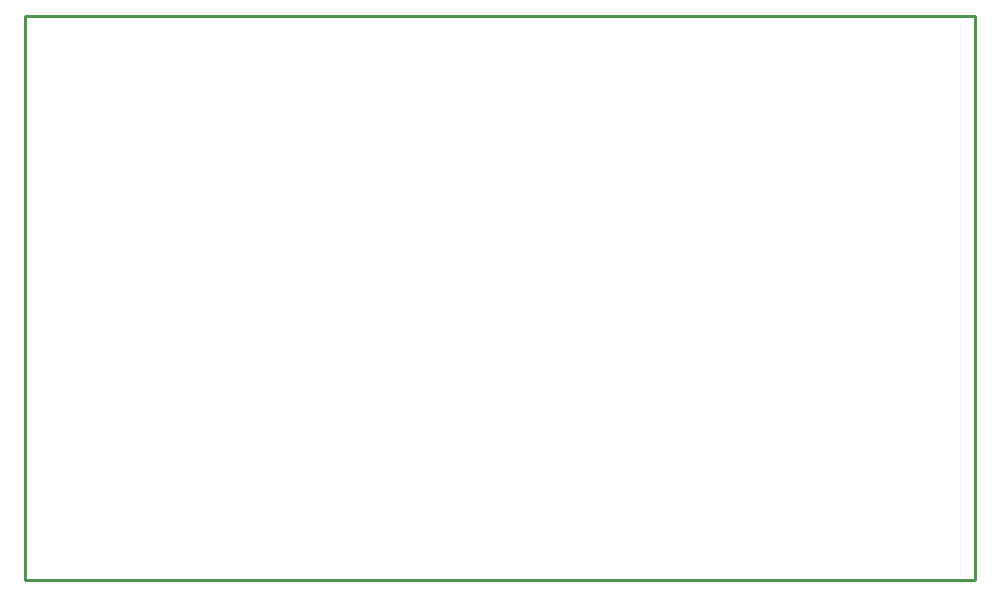
<source format=gko>
G04*
G04 #@! TF.GenerationSoftware,Altium Limited,Altium Designer,20.2.7 (254)*
G04*
G04 Layer_Color=16711935*
%FSLAX25Y25*%
%MOIN*%
G70*
G04*
G04 #@! TF.SameCoordinates,93ECAAD2-9D94-4F50-94FD-CC643B8307E9*
G04*
G04*
G04 #@! TF.FilePolarity,Positive*
G04*
G01*
G75*
%ADD16C,0.01000*%
D16*
X0Y0D02*
Y188200D01*
X316400Y0D02*
Y188200D01*
X0D02*
X316400D01*
X0Y0D02*
X316400D01*
M02*

</source>
